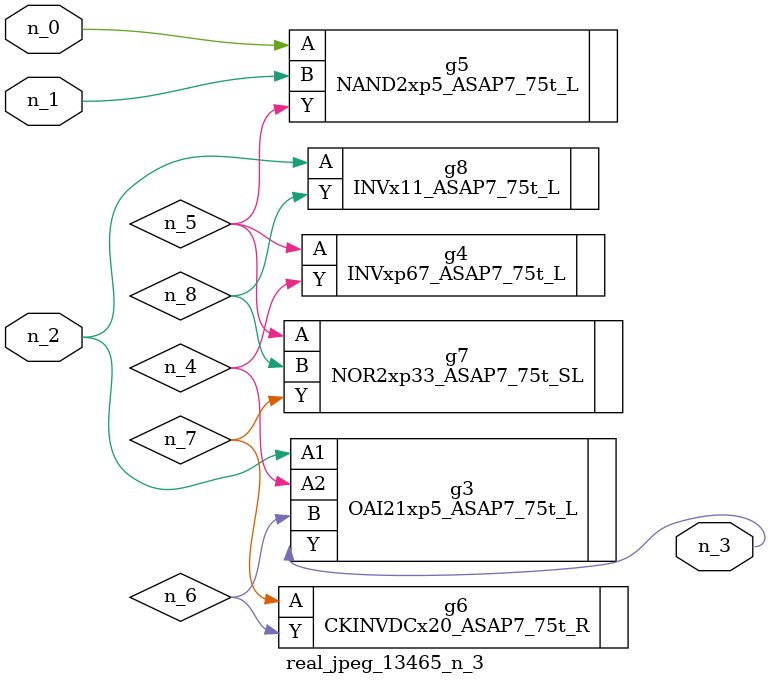
<source format=v>
module real_jpeg_13465_n_3 (n_1, n_0, n_2, n_3);

input n_1;
input n_0;
input n_2;

output n_3;

wire n_5;
wire n_4;
wire n_8;
wire n_6;
wire n_7;

NAND2xp5_ASAP7_75t_L g5 ( 
.A(n_0),
.B(n_1),
.Y(n_5)
);

OAI21xp5_ASAP7_75t_L g3 ( 
.A1(n_2),
.A2(n_4),
.B(n_6),
.Y(n_3)
);

INVx11_ASAP7_75t_L g8 ( 
.A(n_2),
.Y(n_8)
);

INVxp67_ASAP7_75t_L g4 ( 
.A(n_5),
.Y(n_4)
);

NOR2xp33_ASAP7_75t_SL g7 ( 
.A(n_5),
.B(n_8),
.Y(n_7)
);

CKINVDCx20_ASAP7_75t_R g6 ( 
.A(n_7),
.Y(n_6)
);


endmodule
</source>
